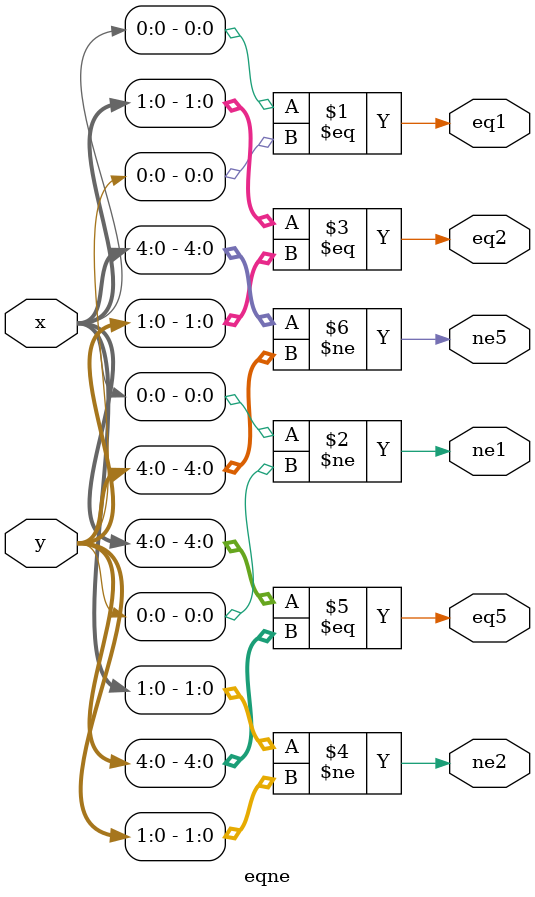
<source format=v>
module eqne(output wire eq1, output wire ne1,
	    output wire eq2, output wire ne2,
	    output wire eq5, output wire ne5,
	    input wire [7:0] x, input wire [7:0] y);

   assign	  eq1 = x[0] == y[0];
   assign	  ne1 = x[0] != y[0];
   assign	  eq2 = x[1:0] == y[1:0];
   assign	  ne2 = x[1:0] != y[1:0];
   assign	  eq5 = x[4:0] == y[4:0];
   assign	  ne5 = x[4:0] != y[4:0];

endmodule // eqne

</source>
